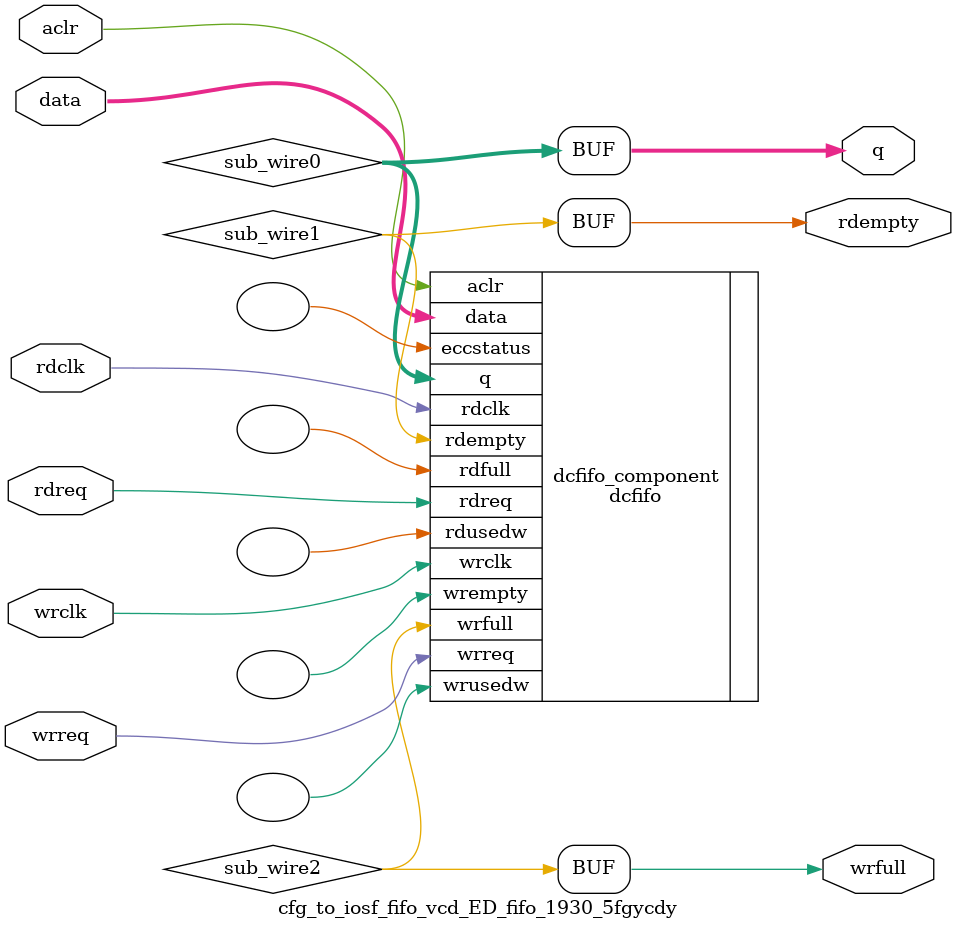
<source format=v>



`timescale 1 ps / 1 ps
// synopsys translate_on
module  cfg_to_iosf_fifo_vcd_ED_fifo_1930_5fgycdy  (
    aclr,
    data,
    rdclk,
    rdreq,
    wrclk,
    wrreq,
    q,
    rdempty,
    wrfull);

    input    aclr;
    input  [68:0]  data;
    input    rdclk;
    input    rdreq;
    input    wrclk;
    input    wrreq;
    output [68:0]  q;
    output   rdempty;
    output   wrfull;
`ifndef ALTERA_RESERVED_QIS
// synopsys translate_off
`endif
    tri0     aclr;
`ifndef ALTERA_RESERVED_QIS
// synopsys translate_on
`endif

    wire [68:0] sub_wire0;
    wire  sub_wire1;
    wire  sub_wire2;
    wire [68:0] q = sub_wire0[68:0];
    wire  rdempty = sub_wire1;
    wire  wrfull = sub_wire2;

    dcfifo  dcfifo_component (
                .aclr (aclr),
                .data (data),
                .rdclk (rdclk),
                .rdreq (rdreq),
                .wrclk (wrclk),
                .wrreq (wrreq),
                .q (sub_wire0),
                .rdempty (sub_wire1),
                .wrfull (sub_wire2),
                .eccstatus (),
                .rdfull (),
                .rdusedw (),
                .wrempty (),
                .wrusedw ());
    defparam
        dcfifo_component.enable_ecc  = "FALSE",
        dcfifo_component.intended_device_family  = "Agilex 7",
        dcfifo_component.lpm_hint  = "DISABLE_DCFIFO_EMBEDDED_TIMING_CONSTRAINT=TRUE",
        dcfifo_component.lpm_numwords  = 8,
        dcfifo_component.lpm_showahead  = "ON",
        dcfifo_component.lpm_type  = "dcfifo",
        dcfifo_component.lpm_width  = 69,
        dcfifo_component.lpm_widthu  = 3,
        dcfifo_component.overflow_checking  = "ON",
        dcfifo_component.rdsync_delaypipe  = 5,
        dcfifo_component.read_aclr_synch  = "OFF",
        dcfifo_component.underflow_checking  = "ON",
        dcfifo_component.use_eab  = "ON",
        dcfifo_component.write_aclr_synch  = "ON",
        dcfifo_component.wrsync_delaypipe  = 5;


endmodule



</source>
